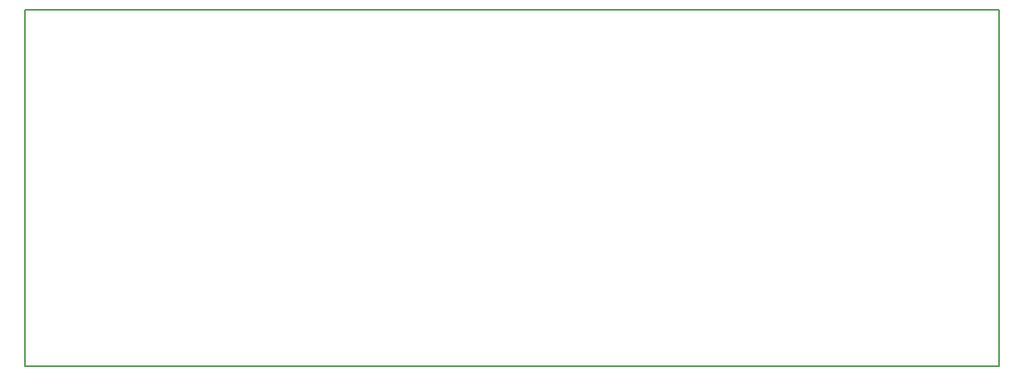
<source format=gbr>
G04 #@! TF.GenerationSoftware,KiCad,Pcbnew,5.0.2+dfsg1-1~bpo9+1*
G04 #@! TF.CreationDate,2019-09-17T17:26:26+02:00*
G04 #@! TF.ProjectId,HDMI_SD_expansion,48444d49-5f53-4445-9f65-7870616e7369,rev?*
G04 #@! TF.SameCoordinates,Original*
G04 #@! TF.FileFunction,Profile,NP*
%FSLAX46Y46*%
G04 Gerber Fmt 4.6, Leading zero omitted, Abs format (unit mm)*
G04 Created by KiCad (PCBNEW 5.0.2+dfsg1-1~bpo9+1) date Tue 17 Sep 2019 05:26:26 PM CEST*
%MOMM*%
%LPD*%
G01*
G04 APERTURE LIST*
%ADD10C,0.200000*%
G04 APERTURE END LIST*
D10*
X200651241Y-124478709D02*
X200651241Y-84478709D01*
X91651241Y-124478709D02*
X200651241Y-124478709D01*
X91651241Y-84478709D02*
X91651241Y-124478709D01*
X200651241Y-84478709D02*
X91651241Y-84478709D01*
M02*

</source>
